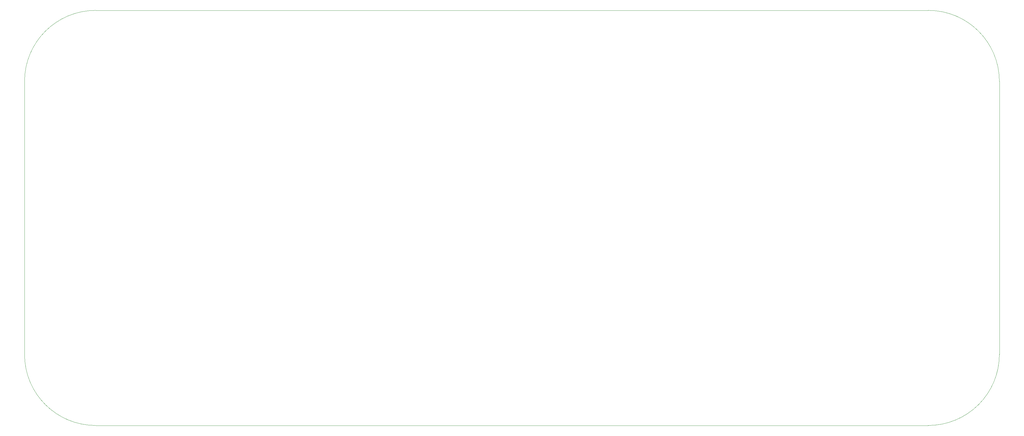
<source format=gbr>
G04 #@! TF.GenerationSoftware,KiCad,Pcbnew,(5.1.5)-1*
G04 #@! TF.CreationDate,2021-07-11T17:01:57-04:00*
G04 #@! TF.ProjectId,baboon38 v0.4,6261626f-6f6e-4333-9820-76302e342e6b,rev?*
G04 #@! TF.SameCoordinates,Original*
G04 #@! TF.FileFunction,Profile,NP*
%FSLAX46Y46*%
G04 Gerber Fmt 4.6, Leading zero omitted, Abs format (unit mm)*
G04 Created by KiCad (PCBNEW (5.1.5)-1) date 2021-07-11 17:01:57*
%MOMM*%
%LPD*%
G04 APERTURE LIST*
%ADD10C,0.100000*%
G04 APERTURE END LIST*
D10*
X278100000Y-17000000D02*
G75*
G02X300000000Y-38900000I0J-21900000D01*
G01*
X300000000Y-123100000D02*
G75*
G02X278100000Y-145000000I-21900000J0D01*
G01*
X21900000Y-145000000D02*
G75*
G02X0Y-123100000I0J21900000D01*
G01*
X0Y-38900000D02*
G75*
G02X21900000Y-17000000I21900000J0D01*
G01*
X300000000Y-38900000D02*
X300000000Y-123100000D01*
X21900000Y-17000000D02*
X278100000Y-17000000D01*
X0Y-123100000D02*
X0Y-38900000D01*
X278100000Y-145000000D02*
X21900000Y-145000000D01*
M02*

</source>
